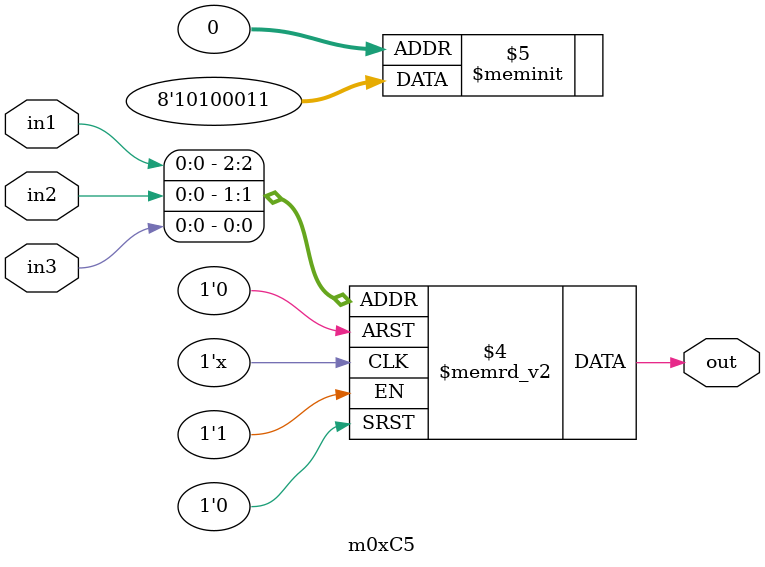
<source format=v>
module m0xC5(output out, input in1, in2, in3);

   always @(in1, in2, in3)
     begin
        case({in1, in2, in3})
          3'b000: {out} = 1'b1;
          3'b001: {out} = 1'b1;
          3'b010: {out} = 1'b0;
          3'b011: {out} = 1'b0;
          3'b100: {out} = 1'b0;
          3'b101: {out} = 1'b1;
          3'b110: {out} = 1'b0;
          3'b111: {out} = 1'b1;
        endcase // case ({in1, in2, in3})
     end // always @ (in1, in2, in3)

endmodule // m0xC5
</source>
